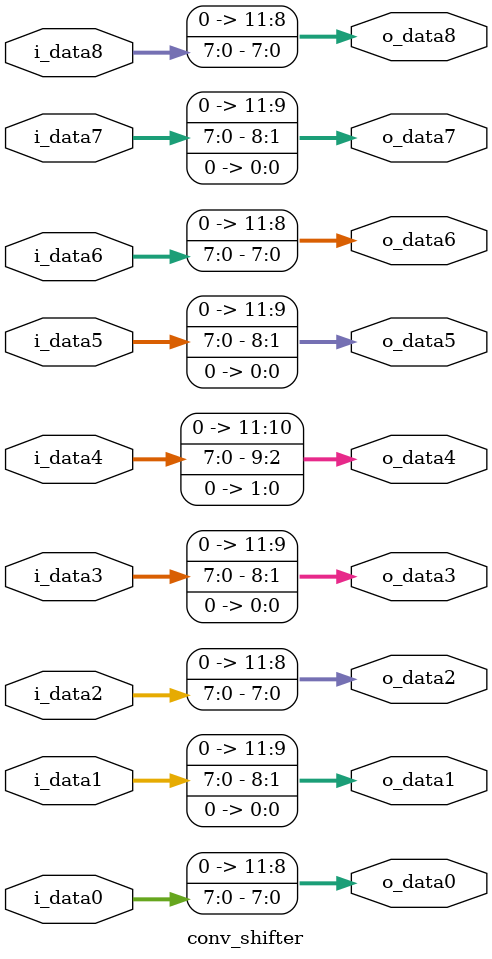
<source format=v>

module conv_engine (
    input i_clk,
    input i_rst_n,
    input i_rst_eng,          // reset all status reg after finish conv
    input [1:0] i_conv_depth, // set depth of conv
    input i_set_eng,          // high for valid control signals, also set enable reg to high
    input [7:0] i_data0,
    input [7:0] i_data1,
    input [7:0] i_data2,
    input [7:0] i_data3,
    input [7:0] i_data4,
    input [7:0] i_data5,
    input [7:0] i_data6,
    input [7:0] i_data7,
    input [7:0] i_data8,
    input [7:0] i_data9,
    input [7:0] i_data10,
    input [7:0] i_data11,
    input [7:0] i_data12,
    input [7:0] i_data13,
    input [7:0] i_data14,
    input [7:0] i_data15,
    input i_in_valid,
    output signed [13:0] o_data0,
    output signed [13:0] o_data1,
    output signed [13:0] o_data2,
    output signed [13:0] o_data3,
    output o_out_valid
);


// stage 0 pipeline regs & wires
reg [7:0] s0_data_r[0:15];
reg [7:0] s0_data_w[0:15];
reg [2:0] s0_status_r, s0_status_w;
wire s0_decre_status_w;

reg [1:0] s0_sel_data_w;
wire [7:0] conv_i0_w, conv_i1_w, conv_i2_w,
           conv_i3_w, conv_i4_w, conv_i5_w,
           conv_i6_w, conv_i7_w, conv_i8_w;

wire [11:0] conv_o0_w, conv_o1_w, conv_o2_w, 
            conv_o3_w, conv_o4_w, conv_o5_w,
            conv_o6_w, conv_o7_w, conv_o8_w;

wire [11:0] sum_01_w, sum_23_w, sum_45_w, sum_67_w;

// stage 1 pipeline regs & wires
wire s1_in_valid;
wire s1_flush;
reg [11:0] s1_data_r[0:4];
reg [11:0] s1_data_w[0:4];
reg [2:0] s1_status_r, s1_status_w;

wire [11:0] sum_0123_w, sum_4567_w, sum_01234567_w, sum_all_w;

// stage 2 pipeline regs & wires
wire s2_in_valid;
wire s2_flush;
reg [11:0] s2_data_r;
reg [11:0] s2_data_w;
reg [2:0] s2_status_r, s2_status_w;

reg [1:0] sel_demux_w;
wire [17:0] acc_data0_w, acc_data1_w, acc_data2_w, acc_data3_w;

// stage 3 pipeline regs & wires
wire s3_in_valid;

reg [17:0] s3_data_r[0:3];
reg [17:0] s3_data_w[0:3];

// system control register
wire comp_one_channel_w;
reg [5:0] conv_depth_r;
reg [5:0] conv_depth_w;
wire conv_done_w; // set when conv_depth_r == 0
reg en_r;  // set by system controller, reset by conv engine
reg en_w;
reg [5:0] depth_w; // decode from i_conv_depth


// ------------------------ stage 0 pipeline ------------------------

// create signals for next pipeline stage
assign s1_in_valid = (s0_status_r > 3'd0);
assign s1_flush    = (s0_status_r == 3'd0) && (s1_status_r == 3'd1);

// update pipeline status regs
assign s0_decre_status_w = (s0_status_r > 3'd0);
always@(*) begin
    if(i_in_valid)             s0_status_w = 3'd4;               // set s0_status_r to 4 when valid data getting in
    else if(s0_decre_status_w) s0_status_w = s0_status_r - 3'd1; // keep decrease status_r when it is larger than 0
    else                       s0_status_w = s0_status_r;        // default : keep the register value
end

always@(negedge i_rst_n or posedge i_clk) begin
    if(!i_rst_n) s0_status_r <= 3'b000;
    else         s0_status_r <= s0_status_w;
end

// update pipeline data regs 
always@(*) begin
    s0_data_w[0] = (i_in_valid) ? i_data0 : s0_data_r[0];
    s0_data_w[1] = (i_in_valid) ? i_data1 : s0_data_r[1];
    s0_data_w[2] = (i_in_valid) ? i_data2 : s0_data_r[2];
    s0_data_w[3] = (i_in_valid) ? i_data3 : s0_data_r[3];
    s0_data_w[4] = (i_in_valid) ? i_data4 : s0_data_r[4];
    s0_data_w[5] = (i_in_valid) ? i_data5 : s0_data_r[5];
    s0_data_w[6] = (i_in_valid) ? i_data6 : s0_data_r[6];
    s0_data_w[7] = (i_in_valid) ? i_data7 : s0_data_r[7];
    s0_data_w[8] = (i_in_valid) ? i_data8 : s0_data_r[8];
    s0_data_w[9] = (i_in_valid) ? i_data9 : s0_data_r[9];
    s0_data_w[10] = (i_in_valid) ? i_data10 : s0_data_r[10];
    s0_data_w[11] = (i_in_valid) ? i_data11 : s0_data_r[11];
    s0_data_w[12] = (i_in_valid) ? i_data12 : s0_data_r[12];
    s0_data_w[13] = (i_in_valid) ? i_data13 : s0_data_r[13];
    s0_data_w[14] = (i_in_valid) ? i_data14 : s0_data_r[14];
    s0_data_w[15] = (i_in_valid) ? i_data15 : s0_data_r[15];
end

integer i;
always@(negedge i_rst_n or posedge i_clk) begin
    if(!i_rst_n) begin
        for(i=0; i<16; i=i+1) begin
            s0_data_r[i] <= 8'b0;
        end
    end
    else begin
        for(i=0; i<16; i=i+1) begin
            s0_data_r[i] <= s0_data_w[i];
        end
    end
end

// perform dot product
always@(*) begin
    s0_sel_data_w = 2'b00;
    case(s0_status_r)
        3'd4: s0_sel_data_w = 2'b00;
        3'd3: s0_sel_data_w = 2'b01;
        3'd2: s0_sel_data_w = 2'b10;
        3'd1: s0_sel_data_w = 2'b11;
    endcase
end



four2oneMux #(.data_width(8)) mux0(.o_out(conv_i0_w), .i_in0(s0_data_r[0]), .i_in1(s0_data_r[1]), .i_in2(s0_data_r[4]), .i_in3(s0_data_r[5]), .i_sel(s0_sel_data_w));
four2oneMux #(.data_width(8)) mux1(.o_out(conv_i1_w), .i_in0(s0_data_r[1]), .i_in1(s0_data_r[2]), .i_in2(s0_data_r[5]), .i_in3(s0_data_r[6]), .i_sel(s0_sel_data_w));
four2oneMux #(.data_width(8)) mux2(.o_out(conv_i2_w), .i_in0(s0_data_r[2]), .i_in1(s0_data_r[3]), .i_in2(s0_data_r[6]), .i_in3(s0_data_r[7]), .i_sel(s0_sel_data_w));
four2oneMux #(.data_width(8)) mux3(.o_out(conv_i3_w), .i_in0(s0_data_r[4]), .i_in1(s0_data_r[5]), .i_in2(s0_data_r[8]), .i_in3(s0_data_r[9]), .i_sel(s0_sel_data_w));
four2oneMux #(.data_width(8)) mux4(.o_out(conv_i4_w), .i_in0(s0_data_r[5]), .i_in1(s0_data_r[6]), .i_in2(s0_data_r[9]), .i_in3(s0_data_r[10]), .i_sel(s0_sel_data_w));
four2oneMux #(.data_width(8)) mux5(.o_out(conv_i5_w), .i_in0(s0_data_r[6]), .i_in1(s0_data_r[7]), .i_in2(s0_data_r[10]), .i_in3(s0_data_r[11]), .i_sel(s0_sel_data_w));
four2oneMux #(.data_width(8)) mux6(.o_out(conv_i6_w), .i_in0(s0_data_r[8]), .i_in1(s0_data_r[9]), .i_in2(s0_data_r[12]), .i_in3(s0_data_r[13]), .i_sel(s0_sel_data_w));
four2oneMux #(.data_width(8)) mux7(.o_out(conv_i7_w), .i_in0(s0_data_r[9]), .i_in1(s0_data_r[10]), .i_in2(s0_data_r[13]), .i_in3(s0_data_r[14]), .i_sel(s0_sel_data_w));
four2oneMux #(.data_width(8)) mux8(.o_out(conv_i8_w), .i_in0(s0_data_r[10]), .i_in1(s0_data_r[11]), .i_in2(s0_data_r[14]), .i_in3(s0_data_r[15]), .i_sel(s0_sel_data_w));

conv_shifter conv(.i_data0(conv_i0_w), .i_data1(conv_i1_w), .i_data2(conv_i2_w), 
                  .i_data3(conv_i3_w), .i_data4(conv_i4_w), .i_data5(conv_i5_w), 
                  .i_data6(conv_i6_w), .i_data7(conv_i7_w), .i_data8(conv_i8_w),
                  .o_data0(conv_o0_w), .o_data1(conv_o1_w), .o_data2(conv_o2_w),
                  .o_data3(conv_o3_w), .o_data4(conv_o4_w), .o_data5(conv_o5_w),
                  .o_data6(conv_o6_w), .o_data7(conv_o7_w), .o_data8(conv_o8_w)
                 );

// add the dot product
assign sum_01_w = conv_o0_w + conv_o1_w;
assign sum_23_w = conv_o2_w + conv_o3_w;
assign sum_45_w = conv_o4_w + conv_o5_w;
assign sum_67_w = conv_o6_w + conv_o7_w;

// ------------------------ stage 1 pipeline ------------------------

// create signals for next pipeline stage
assign s2_in_valid = (s1_status_r > 3'd0);
assign s2_flush    = (s1_status_r == 3'd0) && (s2_status_r == 3'd1);

// update pipeline status regs
always@(*) begin
    if(s1_in_valid)   s1_status_w = s0_status_r; // set s1_status_r to s0_status_r when s1_in_valid high
    else if(s1_flush) s1_status_w = 3'd0;
    else              s1_status_w = s1_status_r;
end

always@(negedge i_rst_n or posedge i_clk) begin
    if(!i_rst_n) s1_status_r <= 3'd0;
    else         s1_status_r <= s1_status_w;
end

// update pipeline data regs
always@(*) begin
    s1_data_w[0] = (s1_in_valid) ? sum_01_w  : s1_data_r[0];
    s1_data_w[1] = (s1_in_valid) ? sum_23_w  : s1_data_r[1];
    s1_data_w[2] = (s1_in_valid) ? sum_45_w  : s1_data_r[2];
    s1_data_w[3] = (s1_in_valid) ? sum_67_w  : s1_data_r[3];
    s1_data_w[4] = (s1_in_valid) ? conv_o8_w : s1_data_r[4];
end

always@(negedge i_rst_n or posedge i_clk) begin
    if(!i_rst_n) begin
        for(i=0; i<5; i=i+1) begin
            s1_data_r[i] <= 12'd0;
        end
    end
    else begin
        for(i=0; i<5; i=i+1) begin
            s1_data_r[i] <= s1_data_w[i];
        end
    end
end

// perform add to dot product
assign sum_0123_w = s1_data_r[0] + s1_data_r[1];
assign sum_4567_w = s1_data_r[2] + s1_data_r[3];
assign sum_01234567_w = sum_0123_w + sum_4567_w;
assign sum_all_w = sum_01234567_w + s1_data_r[4];

// ------------------------ stage 2 pipeline ------------------------
// create signals for next pipeline stage
assign s3_in_valid = (s2_status_r > 3'd0);
assign comp_one_channel_w = (s2_status_r == 3'd1); 

// update pipeline status regs
always@(*) begin
    if(s2_in_valid)   s2_status_w = s1_status_r;
    else if(s2_flush) s2_status_w = 3'd0;
    else              s2_status_w = s2_status_r;
end

always@(negedge i_rst_n or posedge i_clk) begin
    if(!i_rst_n) s2_status_r <= 3'd0;
    else         s2_status_r <= s2_status_w;
end

// update pipeline data regs
always@(*) begin
    s2_data_w = (s2_in_valid) ? sum_all_w : s2_data_r;
end

always@(negedge i_rst_n or posedge i_clk) begin
    if(!i_rst_n) s2_data_r <= 12'd0;
    else         s2_data_r <= s2_data_w;
end

// perform accumulation with previous dot product sum results
always@(*) begin
    sel_demux_w = 2'b00;
    case(s2_status_r)
        3'd4: sel_demux_w = 2'b00;
        3'd3: sel_demux_w = 2'b01;
        3'd2: sel_demux_w = 2'b10;
        3'd1: sel_demux_w = 2'b11;
    endcase
end

// perform accumulation to previous channel
assign acc_data0_w = s3_data_r[0] + {6'd0, s2_data_r};
assign acc_data1_w = s3_data_r[1] + {6'd0, s2_data_r};
assign acc_data2_w = s3_data_r[2] + {6'd0, s2_data_r};
assign acc_data3_w = s3_data_r[3] + {6'd0, s2_data_r};

// ------------------------ stage 3 pipeline ------------------------

// update pipeline data regs
always@(*) begin
    s3_data_w[0] = (s3_in_valid && (sel_demux_w == 2'd0)) ? acc_data0_w : ((i_rst_eng) ? 18'd0 : s3_data_r[0]);
    s3_data_w[1] = (s3_in_valid && (sel_demux_w == 2'd1)) ? acc_data1_w : ((i_rst_eng) ? 18'd0 : s3_data_r[1]);
    s3_data_w[2] = (s3_in_valid && (sel_demux_w == 2'd2)) ? acc_data2_w : ((i_rst_eng) ? 18'd0 : s3_data_r[2]);
    s3_data_w[3] = (s3_in_valid && (sel_demux_w == 2'd3)) ? acc_data3_w : ((i_rst_eng) ? 18'd0 : s3_data_r[3]);
end

always@(negedge i_rst_n or posedge i_clk) begin
    if(!i_rst_n) begin
        for(i=0; i<4; i=i+1) begin
            s3_data_r[i] <= 18'd0;
        end
    end
    else begin
        for(i=0; i<4; i=i+1) begin
            s3_data_r[i] <= s3_data_w[i];
        end
    end
end


// ------------------------- system status register ----------------------------
assign conv_done_w = (conv_depth_r == 6'd0);
assign o_out_valid = conv_done_w && en_r;

always@(*) begin
    depth_w = 6'd32;
    case(i_conv_depth)
        2'b00: depth_w = 6'd8;
        2'b01: depth_w = 6'd16;
        2'b10: depth_w = 6'd32;
    endcase
end

// update depth register
always@(*) begin
    if(i_rst_eng)          conv_depth_w = 6'd0;
    else if(i_set_eng)        conv_depth_w = depth_w;
    else if(comp_one_channel_w) conv_depth_w = (conv_depth_r - 6'd1);
    else                        conv_depth_w = conv_depth_r;
end

always@(negedge i_rst_n or posedge i_clk) begin
    if(!i_rst_n) conv_depth_r <= 6'd0;
    else         conv_depth_r <= conv_depth_w;
end

// update enable register
always@(*) begin
    if(i_set_eng)        en_w = 1'b1;
    else if(conv_done_w) en_w = 1'b0;
    else                 en_w = en_r;
end

always@(negedge i_rst_n or posedge i_clk) begin
    if(!i_rst_n) en_r <= 1'b0;
    else         en_r <= en_w;
end

// ------------------- data output --------------------
assign o_data0 = (s3_data_r[0][3] == 1'b1) ? (s3_data_r[0][17:4] + 14'd1) : s3_data_r[0][17:4];
assign o_data1 = (s3_data_r[1][3] == 1'b1) ? (s3_data_r[1][17:4] + 14'd1) : s3_data_r[1][17:4];
assign o_data2 = (s3_data_r[2][3] == 1'b1) ? (s3_data_r[2][17:4] + 14'd1) : s3_data_r[2][17:4];
assign o_data3 = (s3_data_r[3][3] == 1'b1) ? (s3_data_r[3][17:4] + 14'd1) : s3_data_r[3][17:4];


endmodule


module conv_shifter (
    input [7:0] i_data0,
    input [7:0] i_data1,
    input [7:0] i_data2,
    input [7:0] i_data3,
    input [7:0] i_data4,
    input [7:0] i_data5,
    input [7:0] i_data6,
    input [7:0] i_data7,
    input [7:0] i_data8,
    output [11:0] o_data0,
    output [11:0] o_data1,
    output [11:0] o_data2,
    output [11:0] o_data3,
    output [11:0] o_data4,
    output [11:0] o_data5,
    output [11:0] o_data6,
    output [11:0] o_data7,
    output [11:0] o_data8
);

assign o_data0 = {i_data0, 4'b0000} >> 4; // x(1/16)
assign o_data1 = {i_data1, 4'b0000} >> 3; // x(1/8)
assign o_data2 = {i_data2, 4'b0000} >> 4; // x(1/16)
assign o_data3 = {i_data3, 4'b0000} >> 3; // x(1/8)
assign o_data4 = {i_data4, 4'b0000} >> 2; // x(1/4)
assign o_data5 = {i_data5, 4'b0000} >> 3; // x(1/8)
assign o_data6 = {i_data6, 4'b0000} >> 4; // x(1/16)
assign o_data7 = {i_data7, 4'b0000} >> 3; // x(1/8)
assign o_data8 = {i_data8, 4'b0000} >> 4; // x(1/16)

endmodule
</source>
